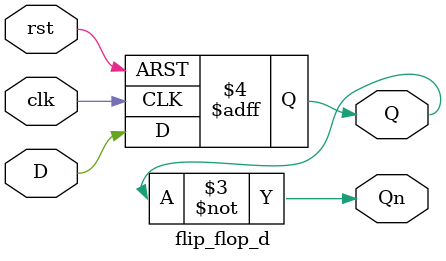
<source format=v>
module flip_flop_d (
    input  wire D,
    input  wire clk,
    input  wire rst, // Reset ativo baixo
    output reg  Q,
	 output wire Qn
    // A saída Qn pode ser criada com um simple 'assign Qn = ~Q;' fora do always
);

    always @(posedge clk or negedge rst) begin
        if (!rst) // Se o reset (ativo baixo) estiver em 0
            Q <= 1'b0;
        else
            Q <= D;
    end
	 
	 not D0 (Qn, Q);

endmodule

</source>
